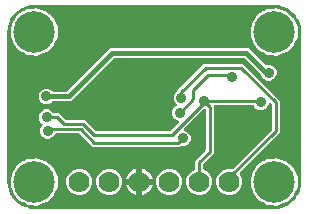
<source format=gbr>
G04 EAGLE Gerber RS-274X export*
G75*
%MOMM*%
%FSLAX34Y34*%
%LPD*%
%INBottom Copper*%
%IPPOS*%
%AMOC8*
5,1,8,0,0,1.08239X$1,22.5*%
G01*
%ADD10C,1.778000*%
%ADD11C,3.516000*%
%ADD12C,0.906400*%
%ADD13C,0.254000*%
%ADD14C,0.889000*%
%ADD15C,0.406400*%

G36*
X228622Y2543D02*
X228622Y2543D01*
X228700Y2545D01*
X232077Y2810D01*
X232145Y2824D01*
X232214Y2829D01*
X232370Y2869D01*
X238794Y4956D01*
X238901Y5006D01*
X239012Y5050D01*
X239063Y5083D01*
X239082Y5091D01*
X239097Y5104D01*
X239148Y5136D01*
X244612Y9107D01*
X244699Y9188D01*
X244746Y9227D01*
X244752Y9231D01*
X244753Y9233D01*
X244791Y9264D01*
X244829Y9310D01*
X244844Y9324D01*
X244855Y9341D01*
X244893Y9387D01*
X246586Y11717D01*
X246599Y11741D01*
X246616Y11761D01*
X246675Y11879D01*
X246739Y11996D01*
X246746Y12022D01*
X246758Y12046D01*
X246785Y12174D01*
X246799Y12185D01*
X246823Y12196D01*
X246925Y12281D01*
X247031Y12361D01*
X247048Y12382D01*
X247068Y12398D01*
X247171Y12522D01*
X248864Y14852D01*
X248921Y14956D01*
X248985Y15056D01*
X249007Y15113D01*
X249017Y15131D01*
X249022Y15151D01*
X249044Y15206D01*
X251131Y21630D01*
X251144Y21698D01*
X251167Y21764D01*
X251190Y21923D01*
X251455Y25300D01*
X251455Y25304D01*
X251456Y25307D01*
X251455Y25326D01*
X251459Y25400D01*
X251459Y152400D01*
X251457Y152422D01*
X251455Y152500D01*
X251190Y155877D01*
X251176Y155945D01*
X251171Y156014D01*
X251131Y156170D01*
X249044Y162594D01*
X248993Y162701D01*
X248950Y162812D01*
X248917Y162863D01*
X248909Y162882D01*
X248896Y162897D01*
X248864Y162948D01*
X247171Y165278D01*
X247153Y165297D01*
X247139Y165320D01*
X247044Y165413D01*
X246953Y165509D01*
X246931Y165524D01*
X246912Y165542D01*
X246798Y165608D01*
X246792Y165624D01*
X246789Y165651D01*
X246740Y165775D01*
X246697Y165900D01*
X246682Y165922D01*
X246672Y165947D01*
X246586Y166083D01*
X244893Y168413D01*
X244812Y168499D01*
X244736Y168591D01*
X244690Y168629D01*
X244676Y168644D01*
X244658Y168655D01*
X244612Y168693D01*
X239148Y172664D01*
X239044Y172721D01*
X238944Y172785D01*
X238887Y172807D01*
X238869Y172817D01*
X238849Y172822D01*
X238794Y172844D01*
X232370Y174931D01*
X232302Y174944D01*
X232236Y174967D01*
X232077Y174990D01*
X228700Y175255D01*
X228678Y175254D01*
X228600Y175259D01*
X25400Y175259D01*
X25378Y175257D01*
X25300Y175255D01*
X21923Y174990D01*
X21855Y174976D01*
X21786Y174971D01*
X21630Y174931D01*
X18892Y174041D01*
X18867Y174030D01*
X18841Y174024D01*
X18724Y173963D01*
X18604Y173906D01*
X18583Y173889D01*
X18560Y173877D01*
X18462Y173789D01*
X18445Y173788D01*
X18418Y173793D01*
X18286Y173785D01*
X18153Y173783D01*
X18128Y173775D01*
X18101Y173774D01*
X17945Y173734D01*
X15206Y172844D01*
X15099Y172794D01*
X14988Y172750D01*
X14937Y172717D01*
X14918Y172709D01*
X14903Y172696D01*
X14852Y172664D01*
X9388Y168693D01*
X9301Y168612D01*
X9209Y168536D01*
X9171Y168490D01*
X9156Y168476D01*
X9145Y168458D01*
X9107Y168412D01*
X5136Y162948D01*
X5079Y162844D01*
X5015Y162744D01*
X4993Y162687D01*
X4983Y162669D01*
X4978Y162649D01*
X4956Y162594D01*
X2869Y156170D01*
X2856Y156102D01*
X2833Y156036D01*
X2810Y155877D01*
X2545Y152500D01*
X2546Y152478D01*
X2541Y152400D01*
X2541Y25400D01*
X2543Y25378D01*
X2545Y25300D01*
X2810Y21923D01*
X2824Y21855D01*
X2829Y21786D01*
X2869Y21630D01*
X4956Y15206D01*
X5006Y15099D01*
X5050Y14988D01*
X5083Y14937D01*
X5091Y14918D01*
X5104Y14903D01*
X5136Y14852D01*
X9107Y9388D01*
X9127Y9366D01*
X9138Y9348D01*
X9184Y9305D01*
X9188Y9301D01*
X9264Y9209D01*
X9310Y9171D01*
X9324Y9156D01*
X9342Y9145D01*
X9388Y9107D01*
X14852Y5136D01*
X14956Y5079D01*
X15056Y5015D01*
X15113Y4993D01*
X15131Y4983D01*
X15151Y4978D01*
X15206Y4956D01*
X17945Y4066D01*
X17971Y4061D01*
X17996Y4051D01*
X18127Y4031D01*
X18257Y4006D01*
X18284Y4008D01*
X18310Y4004D01*
X18441Y4018D01*
X18455Y4008D01*
X18474Y3989D01*
X18585Y3917D01*
X18694Y3842D01*
X18719Y3832D01*
X18742Y3818D01*
X18892Y3759D01*
X21630Y2869D01*
X21698Y2856D01*
X21764Y2833D01*
X21923Y2810D01*
X25300Y2545D01*
X25322Y2546D01*
X25400Y2541D01*
X228600Y2541D01*
X228622Y2543D01*
G37*
%LPC*%
G36*
X162927Y14477D02*
X162927Y14477D01*
X158913Y16140D01*
X155840Y19213D01*
X154177Y23227D01*
X154177Y27573D01*
X155840Y31587D01*
X158913Y34660D01*
X161014Y35530D01*
X161039Y35545D01*
X161067Y35554D01*
X161177Y35623D01*
X161290Y35688D01*
X161311Y35708D01*
X161336Y35724D01*
X161425Y35819D01*
X161518Y35909D01*
X161534Y35934D01*
X161554Y35956D01*
X161617Y36069D01*
X161685Y36180D01*
X161693Y36208D01*
X161708Y36234D01*
X161740Y36360D01*
X161778Y36484D01*
X161780Y36513D01*
X161787Y36542D01*
X161797Y36703D01*
X161797Y43468D01*
X164104Y45774D01*
X170126Y51796D01*
X170186Y51875D01*
X170254Y51947D01*
X170283Y52000D01*
X170320Y52048D01*
X170360Y52139D01*
X170408Y52225D01*
X170423Y52284D01*
X170447Y52339D01*
X170462Y52437D01*
X170487Y52533D01*
X170493Y52633D01*
X170497Y52653D01*
X170495Y52666D01*
X170497Y52694D01*
X170497Y86146D01*
X170482Y86264D01*
X170475Y86383D01*
X170462Y86421D01*
X170457Y86462D01*
X170414Y86572D01*
X170377Y86685D01*
X170355Y86720D01*
X170340Y86757D01*
X170271Y86853D01*
X170207Y86954D01*
X170177Y86982D01*
X170154Y87015D01*
X170062Y87091D01*
X169975Y87172D01*
X169940Y87192D01*
X169909Y87217D01*
X169801Y87268D01*
X169697Y87326D01*
X169657Y87336D01*
X169621Y87353D01*
X169504Y87375D01*
X169389Y87405D01*
X169329Y87409D01*
X169309Y87413D01*
X169288Y87411D01*
X169228Y87415D01*
X169163Y87415D01*
X169065Y87403D01*
X168966Y87400D01*
X168907Y87383D01*
X168847Y87375D01*
X168755Y87339D01*
X168660Y87311D01*
X168608Y87281D01*
X168552Y87258D01*
X168472Y87200D01*
X168386Y87150D01*
X168311Y87084D01*
X168294Y87072D01*
X168286Y87062D01*
X168265Y87044D01*
X152068Y70847D01*
X152038Y70807D01*
X152001Y70774D01*
X151941Y70682D01*
X151873Y70595D01*
X151854Y70550D01*
X151826Y70508D01*
X151791Y70404D01*
X151747Y70303D01*
X151739Y70254D01*
X151723Y70207D01*
X151714Y70098D01*
X151697Y69989D01*
X151702Y69940D01*
X151698Y69890D01*
X151717Y69782D01*
X151727Y69673D01*
X151744Y69626D01*
X151752Y69577D01*
X151797Y69477D01*
X151835Y69373D01*
X151863Y69332D01*
X151883Y69287D01*
X151951Y69201D01*
X152013Y69110D01*
X152050Y69077D01*
X152081Y69039D01*
X152169Y68973D01*
X152252Y68900D01*
X152296Y68877D01*
X152336Y68847D01*
X152480Y68776D01*
X154849Y67795D01*
X156695Y65949D01*
X157695Y63536D01*
X157695Y60924D01*
X156695Y58511D01*
X154849Y56665D01*
X152436Y55665D01*
X149762Y55665D01*
X149663Y55653D01*
X149565Y55650D01*
X149506Y55633D01*
X149446Y55625D01*
X149354Y55589D01*
X149259Y55561D01*
X149207Y55531D01*
X149151Y55508D01*
X149070Y55450D01*
X148985Y55400D01*
X148910Y55334D01*
X148893Y55322D01*
X148885Y55312D01*
X148864Y55293D01*
X148688Y55117D01*
X74832Y55117D01*
X63774Y66176D01*
X63695Y66236D01*
X63623Y66304D01*
X63570Y66333D01*
X63522Y66370D01*
X63431Y66410D01*
X63345Y66458D01*
X63286Y66473D01*
X63231Y66497D01*
X63133Y66512D01*
X63037Y66537D01*
X62937Y66543D01*
X62916Y66547D01*
X62904Y66545D01*
X62876Y66547D01*
X43942Y66547D01*
X43912Y66544D01*
X43883Y66546D01*
X43755Y66524D01*
X43626Y66507D01*
X43599Y66497D01*
X43570Y66492D01*
X43451Y66438D01*
X43330Y66390D01*
X43307Y66373D01*
X43280Y66361D01*
X43178Y66280D01*
X43073Y66204D01*
X43054Y66181D01*
X43031Y66162D01*
X42953Y66059D01*
X42870Y65959D01*
X42858Y65932D01*
X42840Y65908D01*
X42769Y65764D01*
X42395Y64861D01*
X40549Y63015D01*
X38136Y62015D01*
X35524Y62015D01*
X33111Y63015D01*
X31265Y64861D01*
X30265Y67274D01*
X30265Y69886D01*
X31265Y72299D01*
X31955Y72989D01*
X32028Y73083D01*
X32106Y73172D01*
X32125Y73208D01*
X32150Y73240D01*
X32197Y73349D01*
X32251Y73455D01*
X32260Y73495D01*
X32276Y73532D01*
X32295Y73650D01*
X32321Y73765D01*
X32319Y73806D01*
X32326Y73846D01*
X32315Y73964D01*
X32311Y74083D01*
X32300Y74122D01*
X32296Y74162D01*
X32256Y74275D01*
X32223Y74389D01*
X32202Y74424D01*
X32188Y74462D01*
X32121Y74560D01*
X32061Y74663D01*
X32021Y74708D01*
X32010Y74725D01*
X31994Y74738D01*
X31955Y74784D01*
X30221Y76517D01*
X29221Y78930D01*
X29221Y81542D01*
X30221Y83955D01*
X32067Y85801D01*
X34480Y86801D01*
X37092Y86801D01*
X39505Y85801D01*
X41396Y83911D01*
X41474Y83850D01*
X41546Y83782D01*
X41599Y83753D01*
X41647Y83716D01*
X41738Y83676D01*
X41824Y83628D01*
X41883Y83613D01*
X41939Y83589D01*
X42037Y83574D01*
X42132Y83549D01*
X42232Y83543D01*
X42253Y83539D01*
X42265Y83541D01*
X42293Y83539D01*
X45939Y83539D01*
X51382Y78096D01*
X51460Y78036D01*
X51532Y77968D01*
X51585Y77939D01*
X51633Y77902D01*
X51724Y77862D01*
X51811Y77814D01*
X51869Y77799D01*
X51925Y77775D01*
X52023Y77760D01*
X52119Y77735D01*
X52219Y77729D01*
X52239Y77725D01*
X52251Y77727D01*
X52279Y77725D01*
X68032Y77725D01*
X76619Y69137D01*
X76697Y69077D01*
X76770Y69009D01*
X76823Y68980D01*
X76870Y68942D01*
X76961Y68903D01*
X77048Y68855D01*
X77107Y68840D01*
X77162Y68816D01*
X77260Y68801D01*
X77356Y68776D01*
X77456Y68769D01*
X77476Y68766D01*
X77489Y68767D01*
X77517Y68766D01*
X140120Y68766D01*
X140218Y68778D01*
X140317Y68781D01*
X140376Y68798D01*
X140436Y68805D01*
X140528Y68842D01*
X140623Y68869D01*
X140675Y68900D01*
X140731Y68923D01*
X140811Y68981D01*
X140897Y69031D01*
X140972Y69097D01*
X140989Y69109D01*
X140996Y69119D01*
X141018Y69137D01*
X147279Y75399D01*
X147310Y75439D01*
X147347Y75472D01*
X147407Y75564D01*
X147474Y75651D01*
X147494Y75696D01*
X147521Y75738D01*
X147557Y75841D01*
X147601Y75942D01*
X147609Y75991D01*
X147625Y76038D01*
X147633Y76148D01*
X147651Y76256D01*
X147646Y76306D01*
X147650Y76355D01*
X147631Y76464D01*
X147621Y76573D01*
X147604Y76620D01*
X147595Y76669D01*
X147550Y76769D01*
X147513Y76872D01*
X147485Y76914D01*
X147465Y76959D01*
X147396Y77045D01*
X147335Y77135D01*
X147297Y77168D01*
X147266Y77207D01*
X147178Y77273D01*
X147096Y77346D01*
X147052Y77369D01*
X147012Y77398D01*
X146868Y77469D01*
X144794Y78328D01*
X142971Y80151D01*
X141985Y82531D01*
X141985Y85109D01*
X142971Y87489D01*
X144794Y89312D01*
X145241Y89497D01*
X145284Y89521D01*
X145330Y89538D01*
X145421Y89600D01*
X145517Y89654D01*
X145553Y89689D01*
X145594Y89717D01*
X145666Y89799D01*
X145745Y89875D01*
X145771Y89918D01*
X145804Y89955D01*
X145854Y90053D01*
X145911Y90147D01*
X145926Y90194D01*
X145949Y90238D01*
X145973Y90345D01*
X146005Y90451D01*
X146007Y90500D01*
X146018Y90549D01*
X146015Y90658D01*
X146020Y90768D01*
X146010Y90817D01*
X146009Y90867D01*
X145978Y90972D01*
X145956Y91080D01*
X145934Y91124D01*
X145920Y91172D01*
X145864Y91267D01*
X145816Y91365D01*
X145784Y91403D01*
X145759Y91446D01*
X145652Y91567D01*
X144368Y92851D01*
X143382Y95231D01*
X143382Y97809D01*
X144368Y100189D01*
X146186Y102006D01*
X146246Y102085D01*
X146314Y102157D01*
X146343Y102210D01*
X146380Y102258D01*
X146420Y102349D01*
X146468Y102435D01*
X146483Y102494D01*
X146507Y102550D01*
X146522Y102648D01*
X146547Y102743D01*
X146553Y102843D01*
X146557Y102864D01*
X146555Y102876D01*
X146557Y102904D01*
X146557Y102968D01*
X169026Y125437D01*
X201814Y125437D01*
X233173Y94078D01*
X233173Y67212D01*
X230866Y64906D01*
X199551Y33591D01*
X199478Y33496D01*
X199400Y33407D01*
X199381Y33371D01*
X199356Y33339D01*
X199309Y33230D01*
X199255Y33124D01*
X199246Y33085D01*
X199230Y33048D01*
X199211Y32930D01*
X199185Y32814D01*
X199187Y32773D01*
X199180Y32733D01*
X199191Y32615D01*
X199195Y32496D01*
X199206Y32457D01*
X199210Y32417D01*
X199250Y32305D01*
X199283Y32190D01*
X199304Y32155D01*
X199318Y32118D01*
X199384Y32019D01*
X199445Y31916D01*
X199485Y31871D01*
X199496Y31854D01*
X199512Y31841D01*
X199551Y31796D01*
X199760Y31587D01*
X201423Y27573D01*
X201423Y23227D01*
X199760Y19213D01*
X196687Y16140D01*
X192673Y14477D01*
X188327Y14477D01*
X184313Y16140D01*
X181240Y19213D01*
X179577Y23227D01*
X179577Y27573D01*
X181240Y31587D01*
X184313Y34660D01*
X188327Y36323D01*
X192416Y36323D01*
X192514Y36335D01*
X192613Y36338D01*
X192672Y36355D01*
X192732Y36363D01*
X192824Y36399D01*
X192919Y36427D01*
X192971Y36457D01*
X193027Y36480D01*
X193107Y36538D01*
X193193Y36588D01*
X193268Y36654D01*
X193285Y36666D01*
X193293Y36676D01*
X193314Y36694D01*
X226196Y69576D01*
X226256Y69655D01*
X226324Y69727D01*
X226353Y69780D01*
X226390Y69828D01*
X226430Y69919D01*
X226478Y70005D01*
X226493Y70064D01*
X226517Y70119D01*
X226532Y70217D01*
X226557Y70313D01*
X226563Y70413D01*
X226567Y70434D01*
X226565Y70446D01*
X226567Y70474D01*
X226567Y90816D01*
X226555Y90914D01*
X226552Y91013D01*
X226535Y91072D01*
X226527Y91132D01*
X226491Y91224D01*
X226463Y91319D01*
X226433Y91371D01*
X226410Y91427D01*
X226352Y91508D01*
X226302Y91593D01*
X226236Y91668D01*
X226224Y91685D01*
X226214Y91693D01*
X226196Y91714D01*
X225889Y92020D01*
X225850Y92050D01*
X225817Y92087D01*
X225725Y92147D01*
X225638Y92215D01*
X225592Y92235D01*
X225551Y92262D01*
X225447Y92298D01*
X225346Y92341D01*
X225297Y92349D01*
X225250Y92365D01*
X225140Y92374D01*
X225032Y92391D01*
X224983Y92386D01*
X224933Y92390D01*
X224825Y92371D01*
X224716Y92361D01*
X224669Y92344D01*
X224620Y92336D01*
X224520Y92291D01*
X224416Y92254D01*
X224375Y92226D01*
X224330Y92205D01*
X224244Y92137D01*
X224153Y92075D01*
X224120Y92038D01*
X224081Y92007D01*
X224015Y91919D01*
X223943Y91837D01*
X223920Y91792D01*
X223890Y91753D01*
X223819Y91608D01*
X222735Y88991D01*
X220889Y87145D01*
X218476Y86145D01*
X215864Y86145D01*
X213451Y87145D01*
X211605Y88991D01*
X211231Y89894D01*
X211216Y89919D01*
X211207Y89947D01*
X211138Y90057D01*
X211073Y90170D01*
X211053Y90191D01*
X211037Y90216D01*
X210942Y90305D01*
X210852Y90398D01*
X210827Y90414D01*
X210805Y90434D01*
X210692Y90497D01*
X210581Y90565D01*
X210553Y90573D01*
X210527Y90588D01*
X210401Y90620D01*
X210277Y90658D01*
X210248Y90660D01*
X210219Y90667D01*
X210058Y90677D01*
X178372Y90677D01*
X178254Y90662D01*
X178135Y90655D01*
X178097Y90642D01*
X178056Y90637D01*
X177946Y90594D01*
X177833Y90557D01*
X177798Y90535D01*
X177761Y90520D01*
X177665Y90451D01*
X177564Y90387D01*
X177536Y90357D01*
X177503Y90334D01*
X177427Y90242D01*
X177346Y90155D01*
X177326Y90120D01*
X177301Y90089D01*
X177250Y89981D01*
X177192Y89877D01*
X177182Y89837D01*
X177165Y89801D01*
X177143Y89684D01*
X177113Y89569D01*
X177109Y89509D01*
X177105Y89489D01*
X177107Y89468D01*
X177103Y89408D01*
X177103Y49432D01*
X174797Y47126D01*
X174796Y47126D01*
X168774Y41104D01*
X168714Y41025D01*
X168646Y40953D01*
X168617Y40900D01*
X168580Y40852D01*
X168540Y40761D01*
X168492Y40675D01*
X168477Y40616D01*
X168453Y40561D01*
X168438Y40463D01*
X168413Y40367D01*
X168407Y40267D01*
X168403Y40246D01*
X168405Y40234D01*
X168403Y40206D01*
X168403Y36703D01*
X168406Y36673D01*
X168404Y36644D01*
X168426Y36516D01*
X168443Y36387D01*
X168453Y36360D01*
X168458Y36331D01*
X168512Y36212D01*
X168560Y36091D01*
X168577Y36068D01*
X168589Y36041D01*
X168670Y35939D01*
X168746Y35834D01*
X168769Y35815D01*
X168788Y35792D01*
X168891Y35714D01*
X168991Y35631D01*
X169018Y35619D01*
X169042Y35601D01*
X169186Y35530D01*
X171287Y34660D01*
X174360Y31587D01*
X176023Y27573D01*
X176023Y23227D01*
X174360Y19213D01*
X171287Y16140D01*
X167273Y14477D01*
X162927Y14477D01*
G37*
%LPD*%
%LPC*%
G36*
X34254Y91225D02*
X34254Y91225D01*
X31841Y92225D01*
X29995Y94071D01*
X28995Y96484D01*
X28995Y99096D01*
X29995Y101509D01*
X31841Y103355D01*
X34254Y104355D01*
X36866Y104355D01*
X39279Y103355D01*
X40407Y102226D01*
X40486Y102166D01*
X40558Y102098D01*
X40611Y102069D01*
X40659Y102032D01*
X40750Y101992D01*
X40836Y101944D01*
X40895Y101929D01*
X40951Y101905D01*
X41049Y101890D01*
X41144Y101865D01*
X41244Y101859D01*
X41265Y101855D01*
X41277Y101857D01*
X41305Y101855D01*
X52401Y101855D01*
X52499Y101867D01*
X52598Y101870D01*
X52656Y101887D01*
X52716Y101895D01*
X52808Y101931D01*
X52903Y101959D01*
X52955Y101989D01*
X53012Y102012D01*
X53092Y102070D01*
X53177Y102120D01*
X53253Y102186D01*
X53269Y102198D01*
X53277Y102208D01*
X53298Y102226D01*
X89756Y138685D01*
X206544Y138685D01*
X209296Y135932D01*
X220830Y124398D01*
X220854Y124380D01*
X220873Y124357D01*
X220979Y124283D01*
X221082Y124203D01*
X221109Y124191D01*
X221133Y124174D01*
X221254Y124128D01*
X221373Y124077D01*
X221403Y124072D01*
X221430Y124062D01*
X221559Y124047D01*
X221688Y124027D01*
X221717Y124030D01*
X221746Y124026D01*
X221875Y124045D01*
X222004Y124057D01*
X222032Y124067D01*
X222061Y124071D01*
X222214Y124123D01*
X222604Y124285D01*
X225216Y124285D01*
X227629Y123285D01*
X229475Y121439D01*
X230475Y119026D01*
X230475Y116414D01*
X229475Y114001D01*
X227629Y112155D01*
X225216Y111155D01*
X222604Y111155D01*
X220191Y112155D01*
X218345Y114001D01*
X217462Y116133D01*
X217457Y116141D01*
X217454Y116150D01*
X217379Y116279D01*
X217304Y116410D01*
X217298Y116416D01*
X217293Y116424D01*
X217186Y116545D01*
X203548Y130184D01*
X203470Y130244D01*
X203398Y130312D01*
X203345Y130341D01*
X203297Y130378D01*
X203206Y130418D01*
X203119Y130466D01*
X203061Y130481D01*
X203005Y130505D01*
X202907Y130520D01*
X202811Y130545D01*
X202711Y130551D01*
X202691Y130555D01*
X202679Y130553D01*
X202651Y130555D01*
X93649Y130555D01*
X93551Y130543D01*
X93452Y130540D01*
X93394Y130523D01*
X93334Y130515D01*
X93242Y130479D01*
X93147Y130451D01*
X93095Y130421D01*
X93038Y130398D01*
X92958Y130340D01*
X92873Y130290D01*
X92797Y130224D01*
X92781Y130212D01*
X92773Y130202D01*
X92752Y130184D01*
X56294Y93725D01*
X41305Y93725D01*
X41207Y93713D01*
X41108Y93710D01*
X41050Y93693D01*
X40989Y93685D01*
X40897Y93649D01*
X40802Y93621D01*
X40750Y93591D01*
X40694Y93568D01*
X40614Y93510D01*
X40528Y93460D01*
X40453Y93394D01*
X40436Y93382D01*
X40429Y93372D01*
X40407Y93354D01*
X39279Y92225D01*
X36866Y91225D01*
X34254Y91225D01*
G37*
%LPD*%
%LPC*%
G36*
X226876Y5780D02*
X226876Y5780D01*
X226858Y5780D01*
X226743Y5787D01*
X224699Y5787D01*
X224151Y6014D01*
X224052Y6041D01*
X223957Y6077D01*
X223865Y6092D01*
X223844Y6098D01*
X223831Y6098D01*
X223798Y6104D01*
X222379Y6253D01*
X219415Y7964D01*
X219413Y7965D01*
X219410Y7967D01*
X219266Y8038D01*
X217490Y8773D01*
X216893Y9370D01*
X216826Y9422D01*
X216765Y9483D01*
X216651Y9558D01*
X216642Y9565D01*
X216638Y9567D01*
X216631Y9572D01*
X215129Y10439D01*
X213339Y12903D01*
X213326Y12917D01*
X213316Y12933D01*
X213209Y13054D01*
X211973Y14290D01*
X211557Y15296D01*
X211522Y15356D01*
X211497Y15420D01*
X211411Y15556D01*
X210208Y17211D01*
X209647Y19849D01*
X209636Y19883D01*
X209631Y19919D01*
X209579Y20071D01*
X208987Y21499D01*
X208987Y22822D01*
X208981Y22874D01*
X208983Y22926D01*
X208960Y23086D01*
X208468Y25400D01*
X208960Y27714D01*
X208964Y27767D01*
X208977Y27817D01*
X208987Y27978D01*
X208987Y29301D01*
X209579Y30729D01*
X209588Y30763D01*
X209604Y30795D01*
X209647Y30951D01*
X210208Y33589D01*
X211411Y35244D01*
X211444Y35305D01*
X211486Y35360D01*
X211557Y35504D01*
X211973Y36510D01*
X213209Y37746D01*
X213221Y37761D01*
X213236Y37773D01*
X213339Y37897D01*
X215129Y40361D01*
X216631Y41228D01*
X216699Y41280D01*
X216773Y41324D01*
X216875Y41414D01*
X216884Y41421D01*
X216887Y41424D01*
X216893Y41430D01*
X217490Y42027D01*
X219266Y42762D01*
X219268Y42764D01*
X219271Y42764D01*
X219415Y42836D01*
X222379Y44547D01*
X223798Y44696D01*
X223898Y44720D01*
X223999Y44734D01*
X224087Y44764D01*
X224108Y44769D01*
X224120Y44775D01*
X224151Y44786D01*
X224699Y45013D01*
X226743Y45013D01*
X226760Y45015D01*
X226876Y45020D01*
X230704Y45422D01*
X231773Y45075D01*
X231890Y45053D01*
X232005Y45023D01*
X232065Y45019D01*
X232085Y45015D01*
X232106Y45017D01*
X232165Y45013D01*
X232501Y45013D01*
X234409Y44223D01*
X234430Y44217D01*
X234503Y44188D01*
X238666Y42835D01*
X239278Y42285D01*
X239389Y42207D01*
X239497Y42126D01*
X239527Y42111D01*
X239539Y42103D01*
X239559Y42096D01*
X239641Y42055D01*
X239710Y42027D01*
X241005Y40732D01*
X241019Y40721D01*
X241053Y40686D01*
X244887Y37234D01*
X245100Y36756D01*
X245179Y36626D01*
X245450Y35971D01*
X245455Y35963D01*
X245463Y35941D01*
X248292Y29586D01*
X248292Y21214D01*
X245463Y14859D01*
X245460Y14849D01*
X245450Y14829D01*
X245194Y14211D01*
X245175Y14187D01*
X245170Y14178D01*
X245168Y14175D01*
X245163Y14165D01*
X245100Y14044D01*
X244985Y13785D01*
X244977Y13759D01*
X244964Y13736D01*
X244931Y13607D01*
X244914Y13552D01*
X244880Y13536D01*
X244860Y13519D01*
X244836Y13507D01*
X244710Y13407D01*
X241053Y10114D01*
X241041Y10100D01*
X241005Y10068D01*
X239710Y8773D01*
X239641Y8745D01*
X239524Y8678D01*
X239404Y8615D01*
X239377Y8594D01*
X239365Y8587D01*
X239350Y8572D01*
X239278Y8515D01*
X238666Y7965D01*
X234502Y6612D01*
X234483Y6603D01*
X234409Y6577D01*
X232501Y5787D01*
X232165Y5787D01*
X232047Y5772D01*
X231929Y5765D01*
X231870Y5750D01*
X231850Y5747D01*
X231831Y5740D01*
X231773Y5725D01*
X230704Y5378D01*
X226876Y5780D01*
G37*
%LPD*%
%LPC*%
G36*
X226876Y132780D02*
X226876Y132780D01*
X226858Y132780D01*
X226743Y132787D01*
X224699Y132787D01*
X224151Y133014D01*
X224052Y133041D01*
X223957Y133077D01*
X223865Y133092D01*
X223844Y133098D01*
X223831Y133098D01*
X223798Y133104D01*
X222379Y133253D01*
X219415Y134964D01*
X219413Y134965D01*
X219410Y134967D01*
X219266Y135038D01*
X217490Y135773D01*
X216893Y136370D01*
X216826Y136422D01*
X216765Y136483D01*
X216651Y136558D01*
X216642Y136565D01*
X216638Y136567D01*
X216631Y136572D01*
X215129Y137439D01*
X213339Y139903D01*
X213326Y139917D01*
X213316Y139933D01*
X213209Y140054D01*
X211973Y141290D01*
X211557Y142296D01*
X211522Y142356D01*
X211497Y142420D01*
X211411Y142556D01*
X210208Y144211D01*
X209647Y146849D01*
X209636Y146883D01*
X209631Y146919D01*
X209579Y147071D01*
X208987Y148499D01*
X208987Y149822D01*
X208981Y149874D01*
X208983Y149926D01*
X208960Y150086D01*
X208468Y152400D01*
X208960Y154714D01*
X208964Y154767D01*
X208977Y154817D01*
X208987Y154978D01*
X208987Y156301D01*
X209579Y157729D01*
X209588Y157763D01*
X209604Y157795D01*
X209647Y157951D01*
X210208Y160589D01*
X211411Y162244D01*
X211444Y162305D01*
X211486Y162360D01*
X211557Y162504D01*
X211973Y163510D01*
X213209Y164746D01*
X213221Y164761D01*
X213236Y164773D01*
X213339Y164897D01*
X215129Y167361D01*
X216631Y168228D01*
X216699Y168280D01*
X216773Y168324D01*
X216875Y168414D01*
X216884Y168421D01*
X216887Y168424D01*
X216893Y168430D01*
X217490Y169027D01*
X219266Y169762D01*
X219268Y169764D01*
X219271Y169764D01*
X219415Y169836D01*
X222379Y171547D01*
X223798Y171696D01*
X223898Y171720D01*
X223999Y171734D01*
X224087Y171764D01*
X224108Y171769D01*
X224120Y171775D01*
X224151Y171786D01*
X224699Y172013D01*
X226743Y172013D01*
X226760Y172015D01*
X226876Y172020D01*
X230704Y172422D01*
X231773Y172075D01*
X231890Y172053D01*
X232005Y172023D01*
X232065Y172019D01*
X232085Y172015D01*
X232106Y172017D01*
X232165Y172013D01*
X232501Y172013D01*
X234409Y171223D01*
X234430Y171217D01*
X234503Y171188D01*
X238666Y169835D01*
X239278Y169285D01*
X239389Y169207D01*
X239497Y169126D01*
X239527Y169111D01*
X239539Y169103D01*
X239559Y169096D01*
X239641Y169055D01*
X239710Y169027D01*
X241005Y167732D01*
X241019Y167721D01*
X241053Y167686D01*
X244710Y164393D01*
X244732Y164378D01*
X244750Y164359D01*
X244862Y164287D01*
X244910Y164254D01*
X244914Y164217D01*
X244924Y164192D01*
X244929Y164166D01*
X244985Y164015D01*
X245100Y163756D01*
X245179Y163626D01*
X245450Y162971D01*
X245455Y162963D01*
X245463Y162941D01*
X248292Y156586D01*
X248292Y148214D01*
X245463Y141859D01*
X245460Y141849D01*
X245450Y141829D01*
X245194Y141211D01*
X245175Y141187D01*
X245170Y141179D01*
X245168Y141175D01*
X245163Y141164D01*
X245100Y141044D01*
X244887Y140566D01*
X241053Y137114D01*
X241041Y137100D01*
X241005Y137068D01*
X239710Y135773D01*
X239641Y135745D01*
X239524Y135678D01*
X239404Y135615D01*
X239377Y135594D01*
X239365Y135587D01*
X239350Y135572D01*
X239278Y135515D01*
X238666Y134965D01*
X234502Y133612D01*
X234483Y133603D01*
X234409Y133577D01*
X232501Y132787D01*
X232165Y132787D01*
X232047Y132772D01*
X231929Y132765D01*
X231870Y132750D01*
X231850Y132747D01*
X231831Y132740D01*
X231773Y132725D01*
X230704Y132378D01*
X226876Y132780D01*
G37*
%LPD*%
%LPC*%
G36*
X23676Y5780D02*
X23676Y5780D01*
X23658Y5780D01*
X23543Y5787D01*
X21499Y5787D01*
X20951Y6014D01*
X20852Y6041D01*
X20757Y6077D01*
X20665Y6092D01*
X20644Y6098D01*
X20631Y6098D01*
X20598Y6104D01*
X19416Y6228D01*
X19390Y6227D01*
X19364Y6232D01*
X19231Y6224D01*
X19173Y6223D01*
X19147Y6250D01*
X19125Y6265D01*
X19106Y6283D01*
X18972Y6372D01*
X16215Y7964D01*
X16213Y7965D01*
X16210Y7967D01*
X16066Y8038D01*
X14290Y8773D01*
X13693Y9370D01*
X13626Y9422D01*
X13565Y9483D01*
X13451Y9558D01*
X13442Y9565D01*
X13438Y9567D01*
X13431Y9572D01*
X11929Y10439D01*
X10139Y12903D01*
X10126Y12917D01*
X10116Y12933D01*
X10009Y13054D01*
X8773Y14290D01*
X8357Y15296D01*
X8322Y15356D01*
X8297Y15420D01*
X8211Y15556D01*
X7008Y17211D01*
X6447Y19849D01*
X6436Y19883D01*
X6431Y19919D01*
X6379Y20071D01*
X5787Y21499D01*
X5787Y22822D01*
X5781Y22874D01*
X5783Y22926D01*
X5760Y23086D01*
X5268Y25400D01*
X5760Y27714D01*
X5764Y27767D01*
X5777Y27817D01*
X5787Y27978D01*
X5787Y29301D01*
X6379Y30729D01*
X6388Y30763D01*
X6404Y30795D01*
X6447Y30951D01*
X7008Y33589D01*
X8211Y35244D01*
X8244Y35305D01*
X8286Y35360D01*
X8357Y35504D01*
X8773Y36510D01*
X10009Y37746D01*
X10021Y37761D01*
X10036Y37773D01*
X10139Y37897D01*
X11929Y40361D01*
X13431Y41228D01*
X13499Y41280D01*
X13573Y41324D01*
X13675Y41414D01*
X13684Y41421D01*
X13687Y41424D01*
X13693Y41430D01*
X14290Y42027D01*
X16066Y42762D01*
X16068Y42764D01*
X16071Y42764D01*
X16215Y42836D01*
X19179Y44547D01*
X20598Y44696D01*
X20698Y44720D01*
X20799Y44734D01*
X20887Y44764D01*
X20908Y44769D01*
X20920Y44775D01*
X20951Y44786D01*
X21499Y45013D01*
X23543Y45013D01*
X23560Y45015D01*
X23676Y45020D01*
X27504Y45422D01*
X28573Y45075D01*
X28690Y45053D01*
X28805Y45023D01*
X28865Y45019D01*
X28885Y45015D01*
X28906Y45017D01*
X28965Y45013D01*
X29301Y45013D01*
X31209Y44223D01*
X31230Y44217D01*
X31303Y44188D01*
X35466Y42835D01*
X36078Y42285D01*
X36189Y42207D01*
X36297Y42126D01*
X36327Y42111D01*
X36339Y42103D01*
X36359Y42096D01*
X36441Y42055D01*
X36510Y42027D01*
X37805Y40732D01*
X37819Y40721D01*
X37853Y40686D01*
X41687Y37234D01*
X41900Y36756D01*
X41979Y36626D01*
X42250Y35971D01*
X42255Y35963D01*
X42263Y35941D01*
X45092Y29586D01*
X45092Y21214D01*
X42263Y14859D01*
X42260Y14849D01*
X42250Y14829D01*
X41994Y14211D01*
X41975Y14187D01*
X41970Y14179D01*
X41968Y14175D01*
X41963Y14164D01*
X41900Y14044D01*
X41687Y13566D01*
X37853Y10114D01*
X37841Y10100D01*
X37805Y10068D01*
X36510Y8773D01*
X36441Y8745D01*
X36324Y8678D01*
X36204Y8615D01*
X36177Y8594D01*
X36165Y8587D01*
X36150Y8572D01*
X36078Y8515D01*
X35466Y7965D01*
X31302Y6612D01*
X31283Y6603D01*
X31209Y6577D01*
X29301Y5787D01*
X28965Y5787D01*
X28847Y5772D01*
X28729Y5765D01*
X28670Y5750D01*
X28650Y5747D01*
X28631Y5740D01*
X28573Y5725D01*
X27504Y5378D01*
X23676Y5780D01*
G37*
%LPD*%
%LPC*%
G36*
X23676Y132780D02*
X23676Y132780D01*
X23658Y132780D01*
X23543Y132787D01*
X21499Y132787D01*
X20951Y133014D01*
X20852Y133041D01*
X20757Y133077D01*
X20665Y133092D01*
X20644Y133098D01*
X20631Y133098D01*
X20598Y133104D01*
X19179Y133253D01*
X16215Y134964D01*
X16213Y134965D01*
X16210Y134967D01*
X16066Y135038D01*
X14290Y135773D01*
X13693Y136370D01*
X13626Y136422D01*
X13565Y136483D01*
X13451Y136558D01*
X13442Y136565D01*
X13438Y136567D01*
X13431Y136572D01*
X11929Y137439D01*
X10139Y139903D01*
X10126Y139917D01*
X10116Y139933D01*
X10009Y140054D01*
X8773Y141290D01*
X8357Y142296D01*
X8322Y142356D01*
X8297Y142420D01*
X8211Y142556D01*
X7008Y144211D01*
X6447Y146849D01*
X6436Y146883D01*
X6431Y146919D01*
X6379Y147071D01*
X5787Y148499D01*
X5787Y149822D01*
X5781Y149874D01*
X5783Y149926D01*
X5760Y150086D01*
X5268Y152400D01*
X5760Y154714D01*
X5764Y154767D01*
X5777Y154817D01*
X5787Y154978D01*
X5787Y156301D01*
X6379Y157729D01*
X6388Y157763D01*
X6404Y157795D01*
X6447Y157951D01*
X7008Y160589D01*
X8211Y162244D01*
X8244Y162305D01*
X8286Y162360D01*
X8357Y162504D01*
X8773Y163510D01*
X10009Y164746D01*
X10021Y164761D01*
X10036Y164773D01*
X10139Y164897D01*
X11929Y167361D01*
X13431Y168228D01*
X13499Y168280D01*
X13573Y168324D01*
X13675Y168414D01*
X13684Y168421D01*
X13687Y168424D01*
X13693Y168430D01*
X14290Y169027D01*
X16066Y169762D01*
X16068Y169764D01*
X16071Y169764D01*
X16215Y169836D01*
X18972Y171428D01*
X18993Y171444D01*
X19017Y171455D01*
X19119Y171540D01*
X19166Y171575D01*
X19203Y171568D01*
X19229Y171569D01*
X19256Y171565D01*
X19416Y171572D01*
X20598Y171696D01*
X20698Y171720D01*
X20799Y171734D01*
X20887Y171764D01*
X20908Y171769D01*
X20920Y171775D01*
X20951Y171786D01*
X21499Y172013D01*
X23543Y172013D01*
X23560Y172015D01*
X23676Y172020D01*
X27504Y172422D01*
X28573Y172075D01*
X28690Y172053D01*
X28805Y172023D01*
X28865Y172019D01*
X28885Y172015D01*
X28906Y172017D01*
X28965Y172013D01*
X29301Y172013D01*
X31209Y171222D01*
X31230Y171217D01*
X31303Y171188D01*
X35466Y169835D01*
X36078Y169285D01*
X36189Y169207D01*
X36297Y169126D01*
X36327Y169111D01*
X36339Y169103D01*
X36359Y169096D01*
X36441Y169055D01*
X36510Y169027D01*
X37805Y167732D01*
X37819Y167721D01*
X37853Y167686D01*
X41687Y164234D01*
X41900Y163756D01*
X41979Y163626D01*
X42250Y162971D01*
X42255Y162962D01*
X42263Y162941D01*
X45092Y156586D01*
X45092Y148214D01*
X42263Y141859D01*
X42260Y141849D01*
X42250Y141829D01*
X41994Y141211D01*
X41975Y141187D01*
X41970Y141179D01*
X41968Y141175D01*
X41963Y141164D01*
X41900Y141044D01*
X41687Y140566D01*
X37853Y137114D01*
X37841Y137100D01*
X37805Y137068D01*
X36510Y135773D01*
X36441Y135745D01*
X36324Y135678D01*
X36204Y135615D01*
X36177Y135594D01*
X36165Y135587D01*
X36150Y135572D01*
X36078Y135515D01*
X35466Y134965D01*
X31302Y133612D01*
X31283Y133603D01*
X31209Y133577D01*
X29301Y132787D01*
X28965Y132787D01*
X28847Y132772D01*
X28729Y132765D01*
X28670Y132750D01*
X28650Y132747D01*
X28631Y132740D01*
X28573Y132725D01*
X27504Y132378D01*
X23676Y132780D01*
G37*
%LPD*%
%LPC*%
G36*
X137527Y14477D02*
X137527Y14477D01*
X133513Y16140D01*
X130440Y19213D01*
X128777Y23227D01*
X128777Y27573D01*
X130440Y31587D01*
X133513Y34660D01*
X137527Y36323D01*
X141873Y36323D01*
X145887Y34660D01*
X148960Y31587D01*
X150623Y27573D01*
X150623Y23227D01*
X148960Y19213D01*
X145887Y16140D01*
X141873Y14477D01*
X137527Y14477D01*
G37*
%LPD*%
%LPC*%
G36*
X86727Y14477D02*
X86727Y14477D01*
X82713Y16140D01*
X79640Y19213D01*
X77977Y23227D01*
X77977Y27573D01*
X79640Y31587D01*
X82713Y34660D01*
X86727Y36323D01*
X91073Y36323D01*
X95087Y34660D01*
X98160Y31587D01*
X99823Y27573D01*
X99823Y23227D01*
X98160Y19213D01*
X95087Y16140D01*
X91073Y14477D01*
X86727Y14477D01*
G37*
%LPD*%
%LPC*%
G36*
X61327Y14477D02*
X61327Y14477D01*
X57313Y16140D01*
X54240Y19213D01*
X52577Y23227D01*
X52577Y27573D01*
X54240Y31587D01*
X57313Y34660D01*
X61327Y36323D01*
X65673Y36323D01*
X69687Y34660D01*
X72760Y31587D01*
X74423Y27573D01*
X74423Y23227D01*
X72760Y19213D01*
X69687Y16140D01*
X65673Y14477D01*
X61327Y14477D01*
G37*
%LPD*%
%LPC*%
G36*
X116799Y27899D02*
X116799Y27899D01*
X116799Y36577D01*
X116977Y36549D01*
X118688Y35993D01*
X120291Y35177D01*
X121747Y34119D01*
X123019Y32847D01*
X124077Y31391D01*
X124893Y29788D01*
X125449Y28077D01*
X125477Y27899D01*
X116799Y27899D01*
G37*
%LPD*%
%LPC*%
G36*
X103123Y27899D02*
X103123Y27899D01*
X103151Y28077D01*
X103707Y29788D01*
X104523Y31391D01*
X105581Y32847D01*
X106853Y34119D01*
X108309Y35177D01*
X109912Y35993D01*
X111623Y36549D01*
X111801Y36577D01*
X111801Y27899D01*
X103123Y27899D01*
G37*
%LPD*%
%LPC*%
G36*
X116799Y22901D02*
X116799Y22901D01*
X125477Y22901D01*
X125449Y22723D01*
X124893Y21012D01*
X124077Y19409D01*
X123019Y17953D01*
X121747Y16681D01*
X120291Y15623D01*
X118688Y14807D01*
X116977Y14251D01*
X116799Y14223D01*
X116799Y22901D01*
G37*
%LPD*%
%LPC*%
G36*
X111623Y14251D02*
X111623Y14251D01*
X109912Y14807D01*
X108309Y15623D01*
X106853Y16681D01*
X105581Y17953D01*
X104523Y19409D01*
X103707Y21012D01*
X103151Y22723D01*
X103123Y22901D01*
X111801Y22901D01*
X111801Y14223D01*
X111623Y14251D01*
G37*
%LPD*%
D10*
X63500Y25400D03*
X88900Y25400D03*
X114300Y25400D03*
X139700Y25400D03*
X165100Y25400D03*
X190500Y25400D03*
D11*
X25400Y152400D03*
X228600Y152400D03*
X25400Y25400D03*
X228600Y25400D03*
D12*
X35560Y114300D03*
X220980Y72390D03*
X147320Y114300D03*
X105410Y119380D03*
X97790Y88900D03*
X77470Y137160D03*
X242570Y92710D03*
X204470Y143510D03*
X35786Y80236D03*
X217170Y92710D03*
X168720Y93980D03*
D13*
X215900Y93980D02*
X217170Y92710D01*
X215900Y93980D02*
X168720Y93980D01*
X168720Y92924D01*
X173800Y50800D02*
X165100Y42100D01*
X165100Y25400D01*
X44571Y80236D02*
X35786Y80236D01*
X50385Y74422D02*
X66664Y74422D01*
X75623Y65463D01*
X142014Y65463D01*
X169475Y92924D01*
X168720Y92924D01*
X50385Y74422D02*
X44571Y80236D01*
X168720Y93980D02*
X173800Y88900D01*
X173800Y50800D01*
D12*
X36830Y68580D03*
X151130Y62230D03*
D13*
X147320Y58420D01*
X76200Y58420D01*
X64770Y69850D01*
X38100Y69850D01*
X36830Y68580D01*
D12*
X193040Y114300D03*
D14*
X148463Y83820D03*
D13*
X172720Y115570D02*
X191770Y115570D01*
X193040Y114300D01*
X172720Y115570D02*
X160020Y102870D01*
X160020Y95377D02*
X148463Y83820D01*
X160020Y95377D02*
X160020Y102870D01*
D14*
X149860Y96520D03*
D13*
X170394Y122134D02*
X200446Y122134D01*
X229870Y68580D02*
X190500Y29210D01*
X190500Y25400D01*
X149860Y101600D02*
X170394Y122134D01*
X149860Y101600D02*
X149860Y96520D01*
X200446Y122134D02*
X229870Y92710D01*
X229870Y68580D01*
D12*
X223910Y117720D03*
D15*
X221760Y117720D01*
X204860Y134620D01*
X91440Y134620D02*
X54610Y97790D01*
X35560Y97790D01*
D12*
X35560Y97790D03*
D15*
X91440Y134620D02*
X204860Y134620D01*
M02*

</source>
